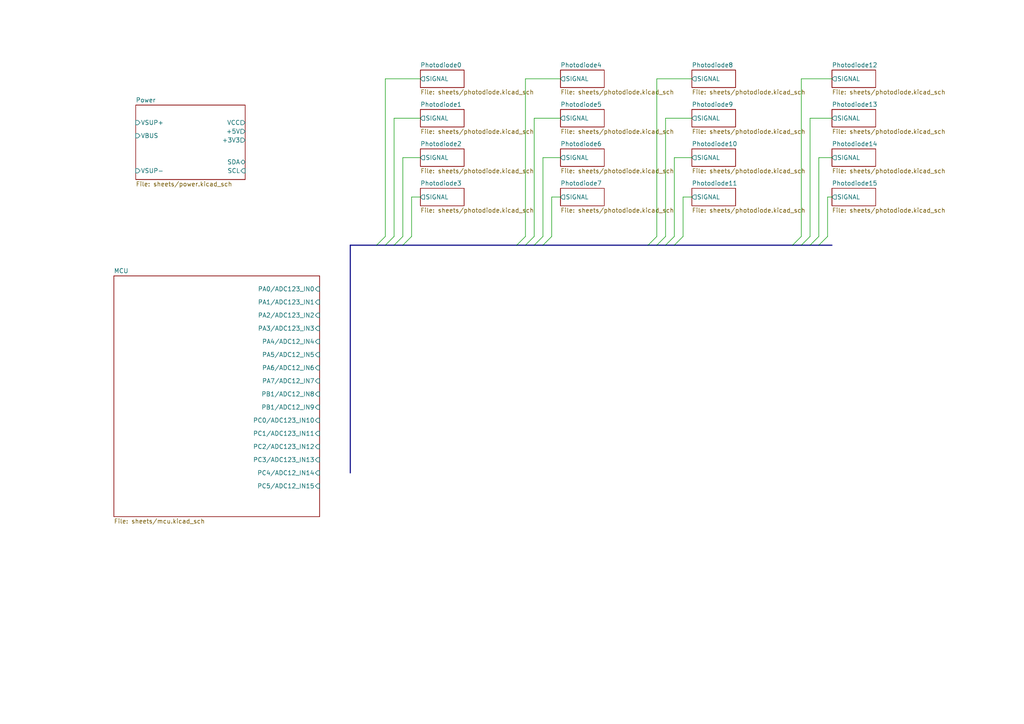
<source format=kicad_sch>
(kicad_sch
	(version 20250114)
	(generator "eeschema")
	(generator_version "9.0")
	(uuid "3d853824-a92e-40a5-ad1a-5052c8a0bd68")
	(paper "A4")
	(lib_symbols)
	(bus_entry
		(at 190.5 71.12)
		(size 2.54 -2.54)
		(stroke
			(width 0)
			(type default)
		)
		(uuid "0342e3bd-d859-48b7-b4ab-a31d1e00e5f0")
	)
	(bus_entry
		(at 193.04 71.12)
		(size 2.54 -2.54)
		(stroke
			(width 0)
			(type default)
		)
		(uuid "15b10540-2eaf-4dee-9fcf-ea55f0ec7559")
	)
	(bus_entry
		(at 116.84 71.12)
		(size 2.54 -2.54)
		(stroke
			(width 0)
			(type default)
		)
		(uuid "1ddb1f96-36c2-479f-9442-03733b51c873")
	)
	(bus_entry
		(at 187.96 71.12)
		(size 2.54 -2.54)
		(stroke
			(width 0)
			(type default)
		)
		(uuid "1fe9377f-a333-462d-8df0-8fc6cbbf66a8")
	)
	(bus_entry
		(at 152.4 71.12)
		(size 2.54 -2.54)
		(stroke
			(width 0)
			(type default)
		)
		(uuid "3bba3533-465a-49fe-9009-634e4817c8d4")
	)
	(bus_entry
		(at 234.95 71.12)
		(size 2.54 -2.54)
		(stroke
			(width 0)
			(type default)
		)
		(uuid "3ca0885b-28eb-4f15-a504-9f12c41bc240")
	)
	(bus_entry
		(at 157.48 71.12)
		(size 2.54 -2.54)
		(stroke
			(width 0)
			(type default)
		)
		(uuid "485d819a-ebc4-4349-848b-845bcf6a0148")
	)
	(bus_entry
		(at 114.3 71.12)
		(size 2.54 -2.54)
		(stroke
			(width 0)
			(type default)
		)
		(uuid "4c54343f-fd6d-41f1-85b8-fc58edbf8082")
	)
	(bus_entry
		(at 111.76 71.12)
		(size 2.54 -2.54)
		(stroke
			(width 0)
			(type default)
		)
		(uuid "7eab953b-cf70-41b2-b6cc-9ac7b8b99ec0")
	)
	(bus_entry
		(at 229.87 71.12)
		(size 2.54 -2.54)
		(stroke
			(width 0)
			(type default)
		)
		(uuid "956c85cf-b870-4dc0-a9aa-65eb8c69fa69")
	)
	(bus_entry
		(at 195.58 71.12)
		(size 2.54 -2.54)
		(stroke
			(width 0)
			(type default)
		)
		(uuid "9c9f100e-f104-4e00-81fc-2f41513875d7")
	)
	(bus_entry
		(at 109.22 71.12)
		(size 2.54 -2.54)
		(stroke
			(width 0)
			(type default)
		)
		(uuid "a42a5c04-edd6-4928-b0e2-eb949b0b1b97")
	)
	(bus_entry
		(at 149.86 71.12)
		(size 2.54 -2.54)
		(stroke
			(width 0)
			(type default)
		)
		(uuid "c1f192dd-dfff-4099-8d13-d6c742a81be0")
	)
	(bus_entry
		(at 154.94 71.12)
		(size 2.54 -2.54)
		(stroke
			(width 0)
			(type default)
		)
		(uuid "c752adad-4ccd-442c-955b-581fbf2e79b1")
	)
	(bus_entry
		(at 237.49 71.12)
		(size 2.54 -2.54)
		(stroke
			(width 0)
			(type default)
		)
		(uuid "ebe0c8e0-6773-4c98-8d35-7616126a1e0c")
	)
	(bus_entry
		(at 232.41 71.12)
		(size 2.54 -2.54)
		(stroke
			(width 0)
			(type default)
		)
		(uuid "f5ef25c4-6778-4984-b20e-944753fd2521")
	)
	(wire
		(pts
			(xy 240.03 57.15) (xy 241.3 57.15)
		)
		(stroke
			(width 0)
			(type default)
		)
		(uuid "09897c49-6730-445e-b645-7699afae03a2")
	)
	(bus
		(pts
			(xy 152.4 71.12) (xy 154.94 71.12)
		)
		(stroke
			(width 0)
			(type default)
		)
		(uuid "14f087a4-4b5e-4a99-badd-da95402b3d3f")
	)
	(wire
		(pts
			(xy 116.84 45.72) (xy 121.92 45.72)
		)
		(stroke
			(width 0)
			(type default)
		)
		(uuid "159688c5-fed1-41c5-adff-6736047b4da3")
	)
	(bus
		(pts
			(xy 111.76 71.12) (xy 114.3 71.12)
		)
		(stroke
			(width 0)
			(type default)
		)
		(uuid "1cbbacf2-076f-45fe-8b60-bc6c91ed57c9")
	)
	(wire
		(pts
			(xy 157.48 45.72) (xy 162.56 45.72)
		)
		(stroke
			(width 0)
			(type default)
		)
		(uuid "351606d8-2502-4377-b5eb-eda2ea3d65d2")
	)
	(bus
		(pts
			(xy 154.94 71.12) (xy 157.48 71.12)
		)
		(stroke
			(width 0)
			(type default)
		)
		(uuid "38293eb3-1b45-4421-b267-a92f055c7d61")
	)
	(wire
		(pts
			(xy 198.12 68.58) (xy 198.12 57.15)
		)
		(stroke
			(width 0)
			(type default)
		)
		(uuid "38e3655b-2857-44b0-97b1-37587c676c4c")
	)
	(wire
		(pts
			(xy 198.12 57.15) (xy 200.66 57.15)
		)
		(stroke
			(width 0)
			(type default)
		)
		(uuid "39046abe-f34f-42f3-900f-7decf1bfea75")
	)
	(wire
		(pts
			(xy 157.48 68.58) (xy 157.48 45.72)
		)
		(stroke
			(width 0)
			(type default)
		)
		(uuid "3a7552d1-1dd7-4628-8d9d-c2fe6185f264")
	)
	(wire
		(pts
			(xy 190.5 68.58) (xy 190.5 22.86)
		)
		(stroke
			(width 0)
			(type default)
		)
		(uuid "3b36a75e-481f-4051-b024-3f0b59f53d66")
	)
	(wire
		(pts
			(xy 232.41 68.58) (xy 232.41 22.86)
		)
		(stroke
			(width 0)
			(type default)
		)
		(uuid "3b886be7-0e46-4ac7-90fc-3a82375b40da")
	)
	(wire
		(pts
			(xy 154.94 34.29) (xy 162.56 34.29)
		)
		(stroke
			(width 0)
			(type default)
		)
		(uuid "3cf5c8f4-1a2d-411f-a4df-e070ecb59292")
	)
	(bus
		(pts
			(xy 157.48 71.12) (xy 187.96 71.12)
		)
		(stroke
			(width 0)
			(type default)
		)
		(uuid "44a0922c-9fc6-4842-9389-b02111ee43c9")
	)
	(wire
		(pts
			(xy 190.5 22.86) (xy 200.66 22.86)
		)
		(stroke
			(width 0)
			(type default)
		)
		(uuid "4650f4b4-bca0-4716-b690-2afac6d70e2c")
	)
	(wire
		(pts
			(xy 152.4 22.86) (xy 162.56 22.86)
		)
		(stroke
			(width 0)
			(type default)
		)
		(uuid "47ff83a2-368c-489f-94e5-69ff7c7fde58")
	)
	(bus
		(pts
			(xy 114.3 71.12) (xy 116.84 71.12)
		)
		(stroke
			(width 0)
			(type default)
		)
		(uuid "4c52ae16-c1ec-40fe-b0cf-1f73e4442a5b")
	)
	(bus
		(pts
			(xy 187.96 71.12) (xy 190.5 71.12)
		)
		(stroke
			(width 0)
			(type default)
		)
		(uuid "4e916d0c-b167-48d8-8f55-ae0088f19ba5")
	)
	(wire
		(pts
			(xy 237.49 68.58) (xy 237.49 45.72)
		)
		(stroke
			(width 0)
			(type default)
		)
		(uuid "590b7015-cf3e-4c39-aff3-7fe945417923")
	)
	(bus
		(pts
			(xy 190.5 71.12) (xy 193.04 71.12)
		)
		(stroke
			(width 0)
			(type default)
		)
		(uuid "5a2aa2e0-8839-4b43-8203-55dd3c330dfa")
	)
	(bus
		(pts
			(xy 193.04 71.12) (xy 195.58 71.12)
		)
		(stroke
			(width 0)
			(type default)
		)
		(uuid "6c05a236-fdd4-4e76-be8e-3d206f30be9e")
	)
	(wire
		(pts
			(xy 121.92 57.15) (xy 119.38 57.15)
		)
		(stroke
			(width 0)
			(type default)
		)
		(uuid "6e055e32-5099-413b-8af6-154e17cdeed7")
	)
	(wire
		(pts
			(xy 237.49 45.72) (xy 241.3 45.72)
		)
		(stroke
			(width 0)
			(type default)
		)
		(uuid "6e8073bd-a995-4bd3-aed5-ce552f52219c")
	)
	(wire
		(pts
			(xy 234.95 68.58) (xy 234.95 34.29)
		)
		(stroke
			(width 0)
			(type default)
		)
		(uuid "76c402c4-3c4e-452d-b6e9-f5fc7d4ac648")
	)
	(wire
		(pts
			(xy 234.95 34.29) (xy 241.3 34.29)
		)
		(stroke
			(width 0)
			(type default)
		)
		(uuid "7958f0b0-7811-42ae-b89b-c936868b9886")
	)
	(wire
		(pts
			(xy 119.38 57.15) (xy 119.38 68.58)
		)
		(stroke
			(width 0)
			(type default)
		)
		(uuid "79c72f89-bbb2-49c6-b1ff-e4f42da62779")
	)
	(wire
		(pts
			(xy 154.94 68.58) (xy 154.94 34.29)
		)
		(stroke
			(width 0)
			(type default)
		)
		(uuid "8004ce60-1ebb-4155-acfa-cdbe5f52e2a3")
	)
	(bus
		(pts
			(xy 232.41 71.12) (xy 234.95 71.12)
		)
		(stroke
			(width 0)
			(type default)
		)
		(uuid "8138716d-326e-4d2c-98bd-0908be0fa5e7")
	)
	(wire
		(pts
			(xy 160.02 57.15) (xy 160.02 68.58)
		)
		(stroke
			(width 0)
			(type default)
		)
		(uuid "8a59a086-5cb7-4389-b94d-a9cefb221303")
	)
	(wire
		(pts
			(xy 111.76 68.58) (xy 111.76 22.86)
		)
		(stroke
			(width 0)
			(type default)
		)
		(uuid "8acd0a00-8b0b-47f8-af08-f8941fadadea")
	)
	(bus
		(pts
			(xy 116.84 71.12) (xy 149.86 71.12)
		)
		(stroke
			(width 0)
			(type default)
		)
		(uuid "8e961573-f73b-4cfa-90ae-f58d989c4847")
	)
	(bus
		(pts
			(xy 195.58 71.12) (xy 229.87 71.12)
		)
		(stroke
			(width 0)
			(type default)
		)
		(uuid "970e95ee-05f6-43af-9967-73b33cd184d3")
	)
	(bus
		(pts
			(xy 234.95 71.12) (xy 237.49 71.12)
		)
		(stroke
			(width 0)
			(type default)
		)
		(uuid "990309ca-7b40-43dd-984b-3baf4f92d74d")
	)
	(wire
		(pts
			(xy 195.58 68.58) (xy 195.58 45.72)
		)
		(stroke
			(width 0)
			(type default)
		)
		(uuid "a3fa95a6-f77a-4396-a7cd-b4b98bc97745")
	)
	(wire
		(pts
			(xy 114.3 34.29) (xy 121.92 34.29)
		)
		(stroke
			(width 0)
			(type default)
		)
		(uuid "a58e37c7-8a03-424c-943c-e4d2164b588b")
	)
	(wire
		(pts
			(xy 111.76 22.86) (xy 121.92 22.86)
		)
		(stroke
			(width 0)
			(type default)
		)
		(uuid "a9614544-7ee4-4e21-ab8d-194cec4f9e40")
	)
	(wire
		(pts
			(xy 195.58 45.72) (xy 200.66 45.72)
		)
		(stroke
			(width 0)
			(type default)
		)
		(uuid "ad93ab0c-0f6a-47b6-a225-dfedd7293ba4")
	)
	(wire
		(pts
			(xy 162.56 57.15) (xy 160.02 57.15)
		)
		(stroke
			(width 0)
			(type default)
		)
		(uuid "adb5bc54-71fd-47f1-bd72-2d9f2e037b25")
	)
	(wire
		(pts
			(xy 232.41 22.86) (xy 241.3 22.86)
		)
		(stroke
			(width 0)
			(type default)
		)
		(uuid "aee05fa1-94e1-4ef8-9e20-c9e636d078f7")
	)
	(wire
		(pts
			(xy 152.4 68.58) (xy 152.4 22.86)
		)
		(stroke
			(width 0)
			(type default)
		)
		(uuid "b4eed99f-4077-4485-bb78-faa952faae6d")
	)
	(bus
		(pts
			(xy 109.22 71.12) (xy 111.76 71.12)
		)
		(stroke
			(width 0)
			(type default)
		)
		(uuid "c852d61a-1ccb-4128-9a58-521fc047b13f")
	)
	(wire
		(pts
			(xy 193.04 68.58) (xy 193.04 34.29)
		)
		(stroke
			(width 0)
			(type default)
		)
		(uuid "dde215d7-e047-4e78-a08a-c4f2354c7d43")
	)
	(wire
		(pts
			(xy 116.84 68.58) (xy 116.84 45.72)
		)
		(stroke
			(width 0)
			(type default)
		)
		(uuid "df715173-afc7-41de-924b-cb03e5de6f81")
	)
	(wire
		(pts
			(xy 240.03 68.58) (xy 240.03 57.15)
		)
		(stroke
			(width 0)
			(type default)
		)
		(uuid "e96a6524-be3e-4427-b939-591808285c19")
	)
	(bus
		(pts
			(xy 101.6 137.16) (xy 101.6 71.12)
		)
		(stroke
			(width 0)
			(type default)
		)
		(uuid "ea375c13-579b-44c0-bb2e-319c7a1c86c1")
	)
	(wire
		(pts
			(xy 114.3 68.58) (xy 114.3 34.29)
		)
		(stroke
			(width 0)
			(type default)
		)
		(uuid "eb1788b8-e75d-48ce-bdcd-c3753b6c594c")
	)
	(bus
		(pts
			(xy 237.49 71.12) (xy 241.3 71.12)
		)
		(stroke
			(width 0)
			(type default)
		)
		(uuid "ee4520da-4c3c-47f2-85fc-2a68ba893901")
	)
	(wire
		(pts
			(xy 193.04 34.29) (xy 200.66 34.29)
		)
		(stroke
			(width 0)
			(type default)
		)
		(uuid "f30e13aa-db7c-4bc4-a73d-02feea689534")
	)
	(bus
		(pts
			(xy 149.86 71.12) (xy 152.4 71.12)
		)
		(stroke
			(width 0)
			(type default)
		)
		(uuid "f406c701-0dd5-4d6c-b13d-ff4df4120530")
	)
	(bus
		(pts
			(xy 101.6 71.12) (xy 109.22 71.12)
		)
		(stroke
			(width 0)
			(type default)
		)
		(uuid "fecda21f-9aef-454f-b49b-d5512ae0c495")
	)
	(bus
		(pts
			(xy 229.87 71.12) (xy 232.41 71.12)
		)
		(stroke
			(width 0)
			(type default)
		)
		(uuid "fee5c79e-997a-4ecd-a830-15469e27935e")
	)
	(sheet
		(at 200.66 54.61)
		(size 12.7 5.08)
		(exclude_from_sim no)
		(in_bom yes)
		(on_board yes)
		(dnp no)
		(fields_autoplaced yes)
		(stroke
			(width 0.1524)
			(type solid)
		)
		(fill
			(color 0 0 0 0.0000)
		)
		(uuid "07fe4f33-6397-414b-b2be-832c2dff9b0b")
		(property "Sheetname" "Photodiode11"
			(at 200.66 53.8984 0)
			(effects
				(font
					(size 1.27 1.27)
				)
				(justify left bottom)
			)
		)
		(property "Sheetfile" "sheets/photodiode.kicad_sch"
			(at 200.66 60.2746 0)
			(effects
				(font
					(size 1.27 1.27)
				)
				(justify left top)
			)
		)
		(pin "SIGNAL" output
			(at 200.66 57.15 180)
			(uuid "0726c632-875e-4bf0-897f-af45a17b0290")
			(effects
				(font
					(size 1.27 1.27)
				)
				(justify left)
			)
		)
		(instances
			(project "uMule_board"
				(path "/3d853824-a92e-40a5-ad1a-5052c8a0bd68"
					(page "15")
				)
			)
		)
	)
	(sheet
		(at 241.3 31.75)
		(size 12.7 5.08)
		(exclude_from_sim no)
		(in_bom yes)
		(on_board yes)
		(dnp no)
		(fields_autoplaced yes)
		(stroke
			(width 0.1524)
			(type solid)
		)
		(fill
			(color 0 0 0 0.0000)
		)
		(uuid "0f258c8e-9703-4673-b4c7-f124691cf50c")
		(property "Sheetname" "Photodiode13"
			(at 241.3 31.0384 0)
			(effects
				(font
					(size 1.27 1.27)
				)
				(justify left bottom)
			)
		)
		(property "Sheetfile" "sheets/photodiode.kicad_sch"
			(at 241.3 37.4146 0)
			(effects
				(font
					(size 1.27 1.27)
				)
				(justify left top)
			)
		)
		(pin "SIGNAL" output
			(at 241.3 34.29 180)
			(uuid "05d6f8a3-18e0-4419-b12d-fc9fc108227b")
			(effects
				(font
					(size 1.27 1.27)
				)
				(justify left)
			)
		)
		(instances
			(project "uMule_board"
				(path "/3d853824-a92e-40a5-ad1a-5052c8a0bd68"
					(page "17")
				)
			)
		)
	)
	(sheet
		(at 200.66 31.75)
		(size 12.7 5.08)
		(exclude_from_sim no)
		(in_bom yes)
		(on_board yes)
		(dnp no)
		(fields_autoplaced yes)
		(stroke
			(width 0.1524)
			(type solid)
		)
		(fill
			(color 0 0 0 0.0000)
		)
		(uuid "32500d3e-45db-4bc5-aac2-1d81d85c4dee")
		(property "Sheetname" "Photodiode9"
			(at 200.66 31.0384 0)
			(effects
				(font
					(size 1.27 1.27)
				)
				(justify left bottom)
			)
		)
		(property "Sheetfile" "sheets/photodiode.kicad_sch"
			(at 200.66 37.4146 0)
			(effects
				(font
					(size 1.27 1.27)
				)
				(justify left top)
			)
		)
		(pin "SIGNAL" output
			(at 200.66 34.29 180)
			(uuid "ae0ee628-a6d1-40fb-b797-dabc3846b5d9")
			(effects
				(font
					(size 1.27 1.27)
				)
				(justify left)
			)
		)
		(instances
			(project "uMule_board"
				(path "/3d853824-a92e-40a5-ad1a-5052c8a0bd68"
					(page "13")
				)
			)
		)
	)
	(sheet
		(at 121.92 54.61)
		(size 12.7 5.08)
		(exclude_from_sim no)
		(in_bom yes)
		(on_board yes)
		(dnp no)
		(fields_autoplaced yes)
		(stroke
			(width 0.1524)
			(type solid)
		)
		(fill
			(color 0 0 0 0.0000)
		)
		(uuid "4fcfef20-d64a-4329-8811-7060d238fa4f")
		(property "Sheetname" "Photodiode3"
			(at 121.92 53.8984 0)
			(effects
				(font
					(size 1.27 1.27)
				)
				(justify left bottom)
			)
		)
		(property "Sheetfile" "sheets/photodiode.kicad_sch"
			(at 121.92 60.2746 0)
			(effects
				(font
					(size 1.27 1.27)
				)
				(justify left top)
			)
		)
		(pin "SIGNAL" output
			(at 121.92 57.15 180)
			(uuid "80f3c40f-2f91-4508-9d2b-cb87815b36e6")
			(effects
				(font
					(size 1.27 1.27)
				)
				(justify left)
			)
		)
		(instances
			(project "uMule_board"
				(path "/3d853824-a92e-40a5-ad1a-5052c8a0bd68"
					(page "7")
				)
			)
		)
	)
	(sheet
		(at 121.92 31.75)
		(size 12.7 5.08)
		(exclude_from_sim no)
		(in_bom yes)
		(on_board yes)
		(dnp no)
		(fields_autoplaced yes)
		(stroke
			(width 0.1524)
			(type solid)
		)
		(fill
			(color 0 0 0 0.0000)
		)
		(uuid "5641e395-cf2e-4e12-b936-6f3bc4a5f0d7")
		(property "Sheetname" "Photodiode1"
			(at 121.92 31.0384 0)
			(effects
				(font
					(size 1.27 1.27)
				)
				(justify left bottom)
			)
		)
		(property "Sheetfile" "sheets/photodiode.kicad_sch"
			(at 121.92 37.4146 0)
			(effects
				(font
					(size 1.27 1.27)
				)
				(justify left top)
			)
		)
		(pin "SIGNAL" output
			(at 121.92 34.29 180)
			(uuid "f9fba446-e761-4054-8f9b-a211023b1c5d")
			(effects
				(font
					(size 1.27 1.27)
				)
				(justify left)
			)
		)
		(instances
			(project "uMule_board"
				(path "/3d853824-a92e-40a5-ad1a-5052c8a0bd68"
					(page "5")
				)
			)
		)
	)
	(sheet
		(at 162.56 54.61)
		(size 12.7 5.08)
		(exclude_from_sim no)
		(in_bom yes)
		(on_board yes)
		(dnp no)
		(fields_autoplaced yes)
		(stroke
			(width 0.1524)
			(type solid)
		)
		(fill
			(color 0 0 0 0.0000)
		)
		(uuid "7285f331-37ae-42db-9aa2-003e541bd7ae")
		(property "Sheetname" "Photodiode7"
			(at 162.56 53.8984 0)
			(effects
				(font
					(size 1.27 1.27)
				)
				(justify left bottom)
			)
		)
		(property "Sheetfile" "sheets/photodiode.kicad_sch"
			(at 162.56 60.2746 0)
			(effects
				(font
					(size 1.27 1.27)
				)
				(justify left top)
			)
		)
		(pin "SIGNAL" output
			(at 162.56 57.15 180)
			(uuid "cb29b201-3ed6-4740-b727-e3611402fcf8")
			(effects
				(font
					(size 1.27 1.27)
				)
				(justify left)
			)
		)
		(instances
			(project "uMule_board"
				(path "/3d853824-a92e-40a5-ad1a-5052c8a0bd68"
					(page "11")
				)
			)
		)
	)
	(sheet
		(at 121.92 20.32)
		(size 12.7 5.08)
		(exclude_from_sim no)
		(in_bom yes)
		(on_board yes)
		(dnp no)
		(fields_autoplaced yes)
		(stroke
			(width 0.1524)
			(type solid)
		)
		(fill
			(color 0 0 0 0.0000)
		)
		(uuid "72d2fae6-7f1c-4250-8e41-28ee178afbef")
		(property "Sheetname" "Photodiode0"
			(at 121.92 19.6084 0)
			(effects
				(font
					(size 1.27 1.27)
				)
				(justify left bottom)
			)
		)
		(property "Sheetfile" "sheets/photodiode.kicad_sch"
			(at 121.92 25.9846 0)
			(effects
				(font
					(size 1.27 1.27)
				)
				(justify left top)
			)
		)
		(pin "SIGNAL" output
			(at 121.92 22.86 180)
			(uuid "649f5605-1a1b-41b8-81c4-b21be5ca4a2d")
			(effects
				(font
					(size 1.27 1.27)
				)
				(justify left)
			)
		)
		(instances
			(project "uMule_board"
				(path "/3d853824-a92e-40a5-ad1a-5052c8a0bd68"
					(page "4")
				)
			)
		)
	)
	(sheet
		(at 121.92 43.18)
		(size 12.7 5.08)
		(exclude_from_sim no)
		(in_bom yes)
		(on_board yes)
		(dnp no)
		(fields_autoplaced yes)
		(stroke
			(width 0.1524)
			(type solid)
		)
		(fill
			(color 0 0 0 0.0000)
		)
		(uuid "7c4aca43-433c-403a-98e3-514dbc67f3cf")
		(property "Sheetname" "Photodiode2"
			(at 121.92 42.4684 0)
			(effects
				(font
					(size 1.27 1.27)
				)
				(justify left bottom)
			)
		)
		(property "Sheetfile" "sheets/photodiode.kicad_sch"
			(at 121.92 48.8446 0)
			(effects
				(font
					(size 1.27 1.27)
				)
				(justify left top)
			)
		)
		(pin "SIGNAL" output
			(at 121.92 45.72 180)
			(uuid "4d190af1-36c9-4831-8847-6e8572c0c8d5")
			(effects
				(font
					(size 1.27 1.27)
				)
				(justify left)
			)
		)
		(instances
			(project "uMule_board"
				(path "/3d853824-a92e-40a5-ad1a-5052c8a0bd68"
					(page "6")
				)
			)
		)
	)
	(sheet
		(at 241.3 54.61)
		(size 12.7 5.08)
		(exclude_from_sim no)
		(in_bom yes)
		(on_board yes)
		(dnp no)
		(fields_autoplaced yes)
		(stroke
			(width 0.1524)
			(type solid)
		)
		(fill
			(color 0 0 0 0.0000)
		)
		(uuid "98166567-4daa-43ab-8380-927a3d582c00")
		(property "Sheetname" "Photodiode15"
			(at 241.3 53.8984 0)
			(effects
				(font
					(size 1.27 1.27)
				)
				(justify left bottom)
			)
		)
		(property "Sheetfile" "sheets/photodiode.kicad_sch"
			(at 241.3 60.2746 0)
			(effects
				(font
					(size 1.27 1.27)
				)
				(justify left top)
			)
		)
		(pin "SIGNAL" output
			(at 241.3 57.15 180)
			(uuid "f4eb971e-ff3d-4493-8e78-77700b15c8c3")
			(effects
				(font
					(size 1.27 1.27)
				)
				(justify left)
			)
		)
		(instances
			(project "uMule_board"
				(path "/3d853824-a92e-40a5-ad1a-5052c8a0bd68"
					(page "19")
				)
			)
		)
	)
	(sheet
		(at 200.66 20.32)
		(size 12.7 5.08)
		(exclude_from_sim no)
		(in_bom yes)
		(on_board yes)
		(dnp no)
		(fields_autoplaced yes)
		(stroke
			(width 0.1524)
			(type solid)
		)
		(fill
			(color 0 0 0 0.0000)
		)
		(uuid "a0d9f176-37a4-4c35-a8d2-b9acdb70ebc4")
		(property "Sheetname" "Photodiode8"
			(at 200.66 19.6084 0)
			(effects
				(font
					(size 1.27 1.27)
				)
				(justify left bottom)
			)
		)
		(property "Sheetfile" "sheets/photodiode.kicad_sch"
			(at 200.66 25.9846 0)
			(effects
				(font
					(size 1.27 1.27)
				)
				(justify left top)
			)
		)
		(pin "SIGNAL" output
			(at 200.66 22.86 180)
			(uuid "45bbb31f-43e6-4c44-bb02-b11113affb50")
			(effects
				(font
					(size 1.27 1.27)
				)
				(justify left)
			)
		)
		(instances
			(project "uMule_board"
				(path "/3d853824-a92e-40a5-ad1a-5052c8a0bd68"
					(page "12")
				)
			)
		)
	)
	(sheet
		(at 200.66 43.18)
		(size 12.7 5.08)
		(exclude_from_sim no)
		(in_bom yes)
		(on_board yes)
		(dnp no)
		(fields_autoplaced yes)
		(stroke
			(width 0.1524)
			(type solid)
		)
		(fill
			(color 0 0 0 0.0000)
		)
		(uuid "c1fecb10-0d68-4546-ba81-752ef24ab7a3")
		(property "Sheetname" "Photodiode10"
			(at 200.66 42.4684 0)
			(effects
				(font
					(size 1.27 1.27)
				)
				(justify left bottom)
			)
		)
		(property "Sheetfile" "sheets/photodiode.kicad_sch"
			(at 200.66 48.8446 0)
			(effects
				(font
					(size 1.27 1.27)
				)
				(justify left top)
			)
		)
		(pin "SIGNAL" output
			(at 200.66 45.72 180)
			(uuid "ddbf3862-90ee-423e-acde-63c28c82b249")
			(effects
				(font
					(size 1.27 1.27)
				)
				(justify left)
			)
		)
		(instances
			(project "uMule_board"
				(path "/3d853824-a92e-40a5-ad1a-5052c8a0bd68"
					(page "14")
				)
			)
		)
	)
	(sheet
		(at 39.37 30.48)
		(size 31.75 21.59)
		(exclude_from_sim no)
		(in_bom yes)
		(on_board yes)
		(dnp no)
		(fields_autoplaced yes)
		(stroke
			(width 0.1524)
			(type solid)
		)
		(fill
			(color 0 0 0 0.0000)
		)
		(uuid "c8adc386-f81e-4a8b-ad62-a18d431f411c")
		(property "Sheetname" "Power"
			(at 39.37 29.7684 0)
			(effects
				(font
					(size 1.27 1.27)
				)
				(justify left bottom)
			)
		)
		(property "Sheetfile" "sheets/power.kicad_sch"
			(at 39.37 52.6546 0)
			(effects
				(font
					(size 1.27 1.27)
				)
				(justify left top)
			)
		)
		(pin "+3V3" output
			(at 71.12 40.64 0)
			(uuid "0253a519-4507-4219-ae58-3f89f0378e43")
			(effects
				(font
					(size 1.27 1.27)
				)
				(justify right)
			)
		)
		(pin "+5V" output
			(at 71.12 38.1 0)
			(uuid "4cb10ad4-6ff2-4445-85e6-8b234a72b92d")
			(effects
				(font
					(size 1.27 1.27)
				)
				(justify right)
			)
		)
		(pin "SCL" input
			(at 71.12 49.53 0)
			(uuid "2a23e150-bc8c-4746-bfcc-a18d92076524")
			(effects
				(font
					(size 1.27 1.27)
				)
				(justify right)
			)
		)
		(pin "SDA" bidirectional
			(at 71.12 46.99 0)
			(uuid "025f7cf0-6ab6-44bd-ba5b-0c27c0b82e6a")
			(effects
				(font
					(size 1.27 1.27)
				)
				(justify right)
			)
		)
		(pin "VBUS" input
			(at 39.37 39.37 180)
			(uuid "0a29a5fa-04cf-4664-9491-951b7adacf12")
			(effects
				(font
					(size 1.27 1.27)
				)
				(justify left)
			)
		)
		(pin "VCC" output
			(at 71.12 35.56 0)
			(uuid "81f3a3ca-3d1a-4863-9960-37eb59bf7e05")
			(effects
				(font
					(size 1.27 1.27)
				)
				(justify right)
			)
		)
		(pin "VSUP+" input
			(at 39.37 35.56 180)
			(uuid "2d0c7f2c-cf4c-4469-b3dc-66f8f6896f6f")
			(effects
				(font
					(size 1.27 1.27)
				)
				(justify left)
			)
		)
		(pin "VSUP-" input
			(at 39.37 49.53 180)
			(uuid "a43b6a74-e844-4994-b205-3d14c9e9bf28")
			(effects
				(font
					(size 1.27 1.27)
				)
				(justify left)
			)
		)
		(instances
			(project "uMule_board"
				(path "/3d853824-a92e-40a5-ad1a-5052c8a0bd68"
					(page "2")
				)
			)
		)
	)
	(sheet
		(at 162.56 20.32)
		(size 12.7 5.08)
		(exclude_from_sim no)
		(in_bom yes)
		(on_board yes)
		(dnp no)
		(fields_autoplaced yes)
		(stroke
			(width 0.1524)
			(type solid)
		)
		(fill
			(color 0 0 0 0.0000)
		)
		(uuid "cd1002f3-d1fe-4aeb-b677-52437dca98e9")
		(property "Sheetname" "Photodiode4"
			(at 162.56 19.6084 0)
			(effects
				(font
					(size 1.27 1.27)
				)
				(justify left bottom)
			)
		)
		(property "Sheetfile" "sheets/photodiode.kicad_sch"
			(at 162.56 25.9846 0)
			(effects
				(font
					(size 1.27 1.27)
				)
				(justify left top)
			)
		)
		(pin "SIGNAL" output
			(at 162.56 22.86 180)
			(uuid "bcd4271a-048c-4a22-a9e6-a40f2e86406e")
			(effects
				(font
					(size 1.27 1.27)
				)
				(justify left)
			)
		)
		(instances
			(project "uMule_board"
				(path "/3d853824-a92e-40a5-ad1a-5052c8a0bd68"
					(page "8")
				)
			)
		)
	)
	(sheet
		(at 241.3 43.18)
		(size 12.7 5.08)
		(exclude_from_sim no)
		(in_bom yes)
		(on_board yes)
		(dnp no)
		(fields_autoplaced yes)
		(stroke
			(width 0.1524)
			(type solid)
		)
		(fill
			(color 0 0 0 0.0000)
		)
		(uuid "d173e343-2d20-4481-82a7-9733f46f3a1a")
		(property "Sheetname" "Photodiode14"
			(at 241.3 42.4684 0)
			(effects
				(font
					(size 1.27 1.27)
				)
				(justify left bottom)
			)
		)
		(property "Sheetfile" "sheets/photodiode.kicad_sch"
			(at 241.3 48.8446 0)
			(effects
				(font
					(size 1.27 1.27)
				)
				(justify left top)
			)
		)
		(pin "SIGNAL" output
			(at 241.3 45.72 180)
			(uuid "cdf691ca-174c-4496-837b-8fe406958abb")
			(effects
				(font
					(size 1.27 1.27)
				)
				(justify left)
			)
		)
		(instances
			(project "uMule_board"
				(path "/3d853824-a92e-40a5-ad1a-5052c8a0bd68"
					(page "18")
				)
			)
		)
	)
	(sheet
		(at 162.56 43.18)
		(size 12.7 5.08)
		(exclude_from_sim no)
		(in_bom yes)
		(on_board yes)
		(dnp no)
		(fields_autoplaced yes)
		(stroke
			(width 0.1524)
			(type solid)
		)
		(fill
			(color 0 0 0 0.0000)
		)
		(uuid "d715deda-8f2c-4a9b-a161-91e0d3471f6a")
		(property "Sheetname" "Photodiode6"
			(at 162.56 42.4684 0)
			(effects
				(font
					(size 1.27 1.27)
				)
				(justify left bottom)
			)
		)
		(property "Sheetfile" "sheets/photodiode.kicad_sch"
			(at 162.56 48.8446 0)
			(effects
				(font
					(size 1.27 1.27)
				)
				(justify left top)
			)
		)
		(pin "SIGNAL" output
			(at 162.56 45.72 180)
			(uuid "e5a2e6d1-64df-4885-81aa-539c3d00b433")
			(effects
				(font
					(size 1.27 1.27)
				)
				(justify left)
			)
		)
		(instances
			(project "uMule_board"
				(path "/3d853824-a92e-40a5-ad1a-5052c8a0bd68"
					(page "10")
				)
			)
		)
	)
	(sheet
		(at 162.56 31.75)
		(size 12.7 5.08)
		(exclude_from_sim no)
		(in_bom yes)
		(on_board yes)
		(dnp no)
		(fields_autoplaced yes)
		(stroke
			(width 0.1524)
			(type solid)
		)
		(fill
			(color 0 0 0 0.0000)
		)
		(uuid "ee000162-e206-43cb-b9e4-243b7e25906b")
		(property "Sheetname" "Photodiode5"
			(at 162.56 31.0384 0)
			(effects
				(font
					(size 1.27 1.27)
				)
				(justify left bottom)
			)
		)
		(property "Sheetfile" "sheets/photodiode.kicad_sch"
			(at 162.56 37.4146 0)
			(effects
				(font
					(size 1.27 1.27)
				)
				(justify left top)
			)
		)
		(pin "SIGNAL" output
			(at 162.56 34.29 180)
			(uuid "1eec2ff7-0b18-4365-9bc8-d6549964ee00")
			(effects
				(font
					(size 1.27 1.27)
				)
				(justify left)
			)
		)
		(instances
			(project "uMule_board"
				(path "/3d853824-a92e-40a5-ad1a-5052c8a0bd68"
					(page "9")
				)
			)
		)
	)
	(sheet
		(at 33.02 80.01)
		(size 59.69 69.85)
		(exclude_from_sim no)
		(in_bom yes)
		(on_board yes)
		(dnp no)
		(fields_autoplaced yes)
		(stroke
			(width 0.1524)
			(type solid)
		)
		(fill
			(color 0 0 0 0.0000)
		)
		(uuid "fc91144e-0e07-42a9-888c-118bbfe121ea")
		(property "Sheetname" "MCU"
			(at 33.02 79.2984 0)
			(effects
				(font
					(size 1.27 1.27)
				)
				(justify left bottom)
			)
		)
		(property "Sheetfile" "sheets/mcu.kicad_sch"
			(at 33.02 150.4446 0)
			(effects
				(font
					(size 1.27 1.27)
				)
				(justify left top)
			)
		)
		(pin "PA0{slash}ADC123_IN0" input
			(at 92.71 83.82 0)
			(uuid "5c91d7ed-4b66-4ddb-a341-47adb5c622b0")
			(effects
				(font
					(size 1.27 1.27)
				)
				(justify right)
			)
		)
		(pin "PA1{slash}ADC123_IN1" input
			(at 92.71 87.63 0)
			(uuid "bc994275-4d02-4422-bc42-e91fd07d24de")
			(effects
				(font
					(size 1.27 1.27)
				)
				(justify right)
			)
		)
		(pin "PA2{slash}ADC123_IN2" input
			(at 92.71 91.44 0)
			(uuid "837cae42-7ac2-4f37-8561-4c18cccf8b2c")
			(effects
				(font
					(size 1.27 1.27)
				)
				(justify right)
			)
		)
		(pin "PA3{slash}ADC123_IN3" input
			(at 92.71 95.25 0)
			(uuid "37dcb22d-0acb-4e2a-9fcf-3cae5f82c265")
			(effects
				(font
					(size 1.27 1.27)
				)
				(justify right)
			)
		)
		(pin "PA4{slash}ADC12_IN4" input
			(at 92.71 99.06 0)
			(uuid "8450652d-f71b-4c2c-b866-ebd3f506f0dc")
			(effects
				(font
					(size 1.27 1.27)
				)
				(justify right)
			)
		)
		(pin "PA5{slash}ADC12_IN5" input
			(at 92.71 102.87 0)
			(uuid "1beb772b-b6dd-49a7-b3c6-ea64825f5969")
			(effects
				(font
					(size 1.27 1.27)
				)
				(justify right)
			)
		)
		(pin "PA6{slash}ADC12_IN6" input
			(at 92.71 106.68 0)
			(uuid "8e619c28-68fe-4ef1-b95f-53ad37a3a027")
			(effects
				(font
					(size 1.27 1.27)
				)
				(justify right)
			)
		)
		(pin "PA7{slash}ADC12_IN7" input
			(at 92.71 110.49 0)
			(uuid "1d500656-13e7-4dd5-bef8-c3c8eeeaff1c")
			(effects
				(font
					(size 1.27 1.27)
				)
				(justify right)
			)
		)
		(pin "PB1{slash}ADC12_IN8" input
			(at 92.71 114.3 0)
			(uuid "4b89cb2c-92c7-4178-b606-faf5cbf4b32b")
			(effects
				(font
					(size 1.27 1.27)
				)
				(justify right)
			)
		)
		(pin "PB1{slash}ADC12_IN9" input
			(at 92.71 118.11 0)
			(uuid "1b719e69-e248-4f66-aeb7-2811b398f97f")
			(effects
				(font
					(size 1.27 1.27)
				)
				(justify right)
			)
		)
		(pin "PC0{slash}ADC123_IN10" input
			(at 92.71 121.92 0)
			(uuid "7ccf7000-3c13-451e-aca8-44f69bde8bb9")
			(effects
				(font
					(size 1.27 1.27)
				)
				(justify right)
			)
		)
		(pin "PC1{slash}ADC123_IN11" input
			(at 92.71 125.73 0)
			(uuid "e10dc8cb-1794-4f6e-b6a0-9debcef6aa02")
			(effects
				(font
					(size 1.27 1.27)
				)
				(justify right)
			)
		)
		(pin "PC2{slash}ADC123_IN12" input
			(at 92.71 129.54 0)
			(uuid "f4e440b8-f10f-47b5-a65d-bbc03ffc5110")
			(effects
				(font
					(size 1.27 1.27)
				)
				(justify right)
			)
		)
		(pin "PC3{slash}ADC123_IN13" input
			(at 92.71 133.35 0)
			(uuid "076a9fc3-b8da-4eb5-8413-8bf355a32f89")
			(effects
				(font
					(size 1.27 1.27)
				)
				(justify right)
			)
		)
		(pin "PC4{slash}ADC12_IN14" input
			(at 92.71 137.16 0)
			(uuid "81bf978e-5710-49e4-aabb-6501962fc453")
			(effects
				(font
					(size 1.27 1.27)
				)
				(justify right)
			)
		)
		(pin "PC5{slash}ADC12_IN15" input
			(at 92.71 140.97 0)
			(uuid "74a1dfd4-8721-43c3-a383-b345032cf3d9")
			(effects
				(font
					(size 1.27 1.27)
				)
				(justify right)
			)
		)
		(instances
			(project "uMule_board"
				(path "/3d853824-a92e-40a5-ad1a-5052c8a0bd68"
					(page "3")
				)
			)
		)
	)
	(sheet
		(at 241.3 20.32)
		(size 12.7 5.08)
		(exclude_from_sim no)
		(in_bom yes)
		(on_board yes)
		(dnp no)
		(fields_autoplaced yes)
		(stroke
			(width 0.1524)
			(type solid)
		)
		(fill
			(color 0 0 0 0.0000)
		)
		(uuid "fe364a62-d4a1-4eb5-a740-ba5eb9664e6e")
		(property "Sheetname" "Photodiode12"
			(at 241.3 19.6084 0)
			(effects
				(font
					(size 1.27 1.27)
				)
				(justify left bottom)
			)
		)
		(property "Sheetfile" "sheets/photodiode.kicad_sch"
			(at 241.3 25.9846 0)
			(effects
				(font
					(size 1.27 1.27)
				)
				(justify left top)
			)
		)
		(pin "SIGNAL" output
			(at 241.3 22.86 180)
			(uuid "27451239-6fc3-4dc0-aa3b-fb28d01661d7")
			(effects
				(font
					(size 1.27 1.27)
				)
				(justify left)
			)
		)
		(instances
			(project "uMule_board"
				(path "/3d853824-a92e-40a5-ad1a-5052c8a0bd68"
					(page "16")
				)
			)
		)
	)
	(sheet_instances
		(path "/"
			(page "1")
		)
	)
	(embedded_fonts no)
)

</source>
